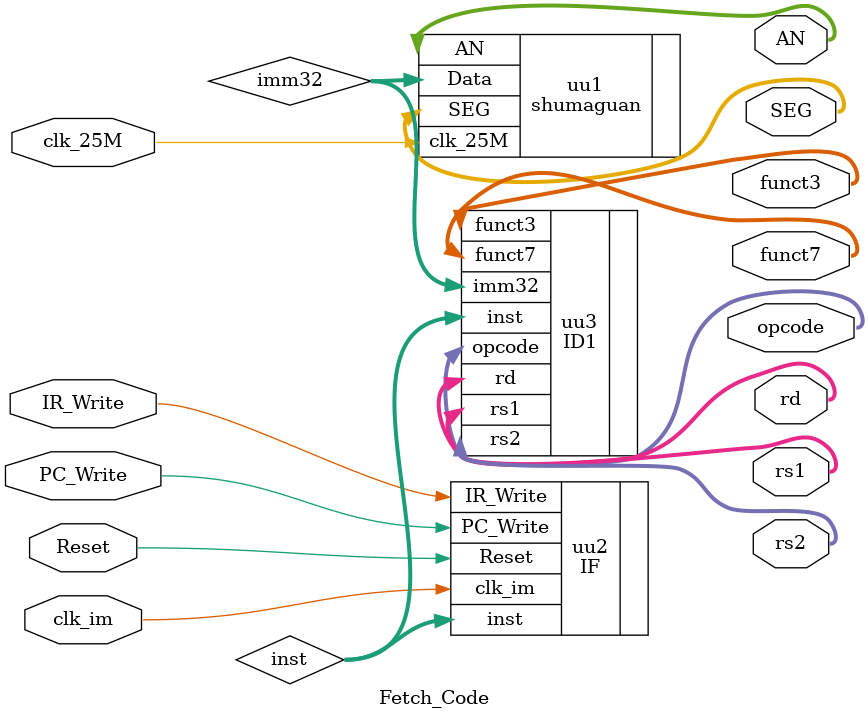
<source format=v>
module Fetch_Code(IR_Write,PC_Write,Reset,clk_im,rs1,rs2,rd,opcode,funct3,funct7,clk_25M,AN,SEG);
input IR_Write,PC_Write,clk_im,Reset,clk_25M;
output [4:0] rs1,rs2,rd;
output [6:0] opcode,funct7;
output [2:0] funct3;
output [3:0] AN;
output [7:0] SEG;
wire [31:0] imm32;
wire [31:0] inst;
shumaguan uu1(
    .Data(imm32),
	.AN(AN),
	.clk_25M(clk_25M),
	.SEG(SEG)
);
IF uu2(
    .Reset(Reset),
    .IR_Write(IR_Write),
    .PC_Write(PC_Write),
    .clk_im(clk_im),
    .inst(inst)
);
ID1 uu3(
    .inst(inst),
    .rs1(rs1),
    .rs2(rs2),
    .rd(rd),
    .opcode(opcode),
    .funct3(funct3),
    .funct7(funct7),
    .imm32(imm32)
);
endmodule

</source>
